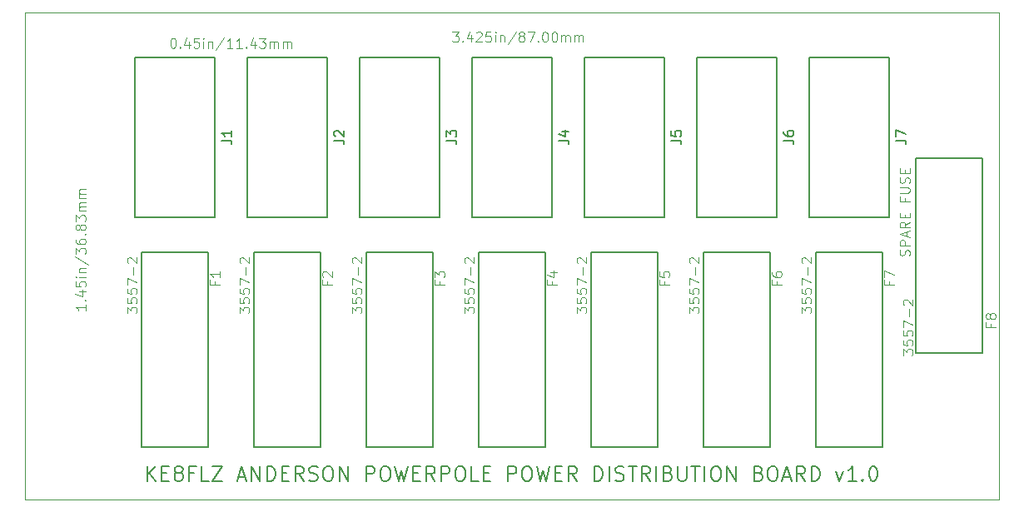
<source format=gbr>
G04 #@! TF.FileFunction,Legend,Top*
%FSLAX46Y46*%
G04 Gerber Fmt 4.6, Leading zero omitted, Abs format (unit mm)*
G04 Created by KiCad (PCBNEW 4.0.6) date 06/22/17 12:13:26*
%MOMM*%
%LPD*%
G01*
G04 APERTURE LIST*
%ADD10C,0.100000*%
%ADD11C,0.200000*%
%ADD12C,0.050000*%
%ADD13C,0.127000*%
%ADD14C,0.150000*%
G04 APERTURE END LIST*
D10*
X106466429Y-80097381D02*
X106561668Y-80097381D01*
X106656906Y-80145000D01*
X106704525Y-80192619D01*
X106752144Y-80287857D01*
X106799763Y-80478333D01*
X106799763Y-80716429D01*
X106752144Y-80906905D01*
X106704525Y-81002143D01*
X106656906Y-81049762D01*
X106561668Y-81097381D01*
X106466429Y-81097381D01*
X106371191Y-81049762D01*
X106323572Y-81002143D01*
X106275953Y-80906905D01*
X106228334Y-80716429D01*
X106228334Y-80478333D01*
X106275953Y-80287857D01*
X106323572Y-80192619D01*
X106371191Y-80145000D01*
X106466429Y-80097381D01*
X107228334Y-81002143D02*
X107275953Y-81049762D01*
X107228334Y-81097381D01*
X107180715Y-81049762D01*
X107228334Y-81002143D01*
X107228334Y-81097381D01*
X108133096Y-80430714D02*
X108133096Y-81097381D01*
X107895000Y-80049762D02*
X107656905Y-80764048D01*
X108275953Y-80764048D01*
X109133096Y-80097381D02*
X108656905Y-80097381D01*
X108609286Y-80573571D01*
X108656905Y-80525952D01*
X108752143Y-80478333D01*
X108990239Y-80478333D01*
X109085477Y-80525952D01*
X109133096Y-80573571D01*
X109180715Y-80668810D01*
X109180715Y-80906905D01*
X109133096Y-81002143D01*
X109085477Y-81049762D01*
X108990239Y-81097381D01*
X108752143Y-81097381D01*
X108656905Y-81049762D01*
X108609286Y-81002143D01*
X109609286Y-81097381D02*
X109609286Y-80430714D01*
X109609286Y-80097381D02*
X109561667Y-80145000D01*
X109609286Y-80192619D01*
X109656905Y-80145000D01*
X109609286Y-80097381D01*
X109609286Y-80192619D01*
X110085476Y-80430714D02*
X110085476Y-81097381D01*
X110085476Y-80525952D02*
X110133095Y-80478333D01*
X110228333Y-80430714D01*
X110371191Y-80430714D01*
X110466429Y-80478333D01*
X110514048Y-80573571D01*
X110514048Y-81097381D01*
X111704524Y-80049762D02*
X110847381Y-81335476D01*
X112561667Y-81097381D02*
X111990238Y-81097381D01*
X112275952Y-81097381D02*
X112275952Y-80097381D01*
X112180714Y-80240238D01*
X112085476Y-80335476D01*
X111990238Y-80383095D01*
X113514048Y-81097381D02*
X112942619Y-81097381D01*
X113228333Y-81097381D02*
X113228333Y-80097381D01*
X113133095Y-80240238D01*
X113037857Y-80335476D01*
X112942619Y-80383095D01*
X113942619Y-81002143D02*
X113990238Y-81049762D01*
X113942619Y-81097381D01*
X113895000Y-81049762D01*
X113942619Y-81002143D01*
X113942619Y-81097381D01*
X114847381Y-80430714D02*
X114847381Y-81097381D01*
X114609285Y-80049762D02*
X114371190Y-80764048D01*
X114990238Y-80764048D01*
X115275952Y-80097381D02*
X115895000Y-80097381D01*
X115561666Y-80478333D01*
X115704524Y-80478333D01*
X115799762Y-80525952D01*
X115847381Y-80573571D01*
X115895000Y-80668810D01*
X115895000Y-80906905D01*
X115847381Y-81002143D01*
X115799762Y-81049762D01*
X115704524Y-81097381D01*
X115418809Y-81097381D01*
X115323571Y-81049762D01*
X115275952Y-81002143D01*
X116323571Y-81097381D02*
X116323571Y-80430714D01*
X116323571Y-80525952D02*
X116371190Y-80478333D01*
X116466428Y-80430714D01*
X116609286Y-80430714D01*
X116704524Y-80478333D01*
X116752143Y-80573571D01*
X116752143Y-81097381D01*
X116752143Y-80573571D02*
X116799762Y-80478333D01*
X116895000Y-80430714D01*
X117037857Y-80430714D01*
X117133095Y-80478333D01*
X117180714Y-80573571D01*
X117180714Y-81097381D01*
X117656904Y-81097381D02*
X117656904Y-80430714D01*
X117656904Y-80525952D02*
X117704523Y-80478333D01*
X117799761Y-80430714D01*
X117942619Y-80430714D01*
X118037857Y-80478333D01*
X118085476Y-80573571D01*
X118085476Y-81097381D01*
X118085476Y-80573571D02*
X118133095Y-80478333D01*
X118228333Y-80430714D01*
X118371190Y-80430714D01*
X118466428Y-80478333D01*
X118514047Y-80573571D01*
X118514047Y-81097381D01*
X134914525Y-79462381D02*
X135533573Y-79462381D01*
X135200239Y-79843333D01*
X135343097Y-79843333D01*
X135438335Y-79890952D01*
X135485954Y-79938571D01*
X135533573Y-80033810D01*
X135533573Y-80271905D01*
X135485954Y-80367143D01*
X135438335Y-80414762D01*
X135343097Y-80462381D01*
X135057382Y-80462381D01*
X134962144Y-80414762D01*
X134914525Y-80367143D01*
X135962144Y-80367143D02*
X136009763Y-80414762D01*
X135962144Y-80462381D01*
X135914525Y-80414762D01*
X135962144Y-80367143D01*
X135962144Y-80462381D01*
X136866906Y-79795714D02*
X136866906Y-80462381D01*
X136628810Y-79414762D02*
X136390715Y-80129048D01*
X137009763Y-80129048D01*
X137343096Y-79557619D02*
X137390715Y-79510000D01*
X137485953Y-79462381D01*
X137724049Y-79462381D01*
X137819287Y-79510000D01*
X137866906Y-79557619D01*
X137914525Y-79652857D01*
X137914525Y-79748095D01*
X137866906Y-79890952D01*
X137295477Y-80462381D01*
X137914525Y-80462381D01*
X138819287Y-79462381D02*
X138343096Y-79462381D01*
X138295477Y-79938571D01*
X138343096Y-79890952D01*
X138438334Y-79843333D01*
X138676430Y-79843333D01*
X138771668Y-79890952D01*
X138819287Y-79938571D01*
X138866906Y-80033810D01*
X138866906Y-80271905D01*
X138819287Y-80367143D01*
X138771668Y-80414762D01*
X138676430Y-80462381D01*
X138438334Y-80462381D01*
X138343096Y-80414762D01*
X138295477Y-80367143D01*
X139295477Y-80462381D02*
X139295477Y-79795714D01*
X139295477Y-79462381D02*
X139247858Y-79510000D01*
X139295477Y-79557619D01*
X139343096Y-79510000D01*
X139295477Y-79462381D01*
X139295477Y-79557619D01*
X139771667Y-79795714D02*
X139771667Y-80462381D01*
X139771667Y-79890952D02*
X139819286Y-79843333D01*
X139914524Y-79795714D01*
X140057382Y-79795714D01*
X140152620Y-79843333D01*
X140200239Y-79938571D01*
X140200239Y-80462381D01*
X141390715Y-79414762D02*
X140533572Y-80700476D01*
X141866905Y-79890952D02*
X141771667Y-79843333D01*
X141724048Y-79795714D01*
X141676429Y-79700476D01*
X141676429Y-79652857D01*
X141724048Y-79557619D01*
X141771667Y-79510000D01*
X141866905Y-79462381D01*
X142057382Y-79462381D01*
X142152620Y-79510000D01*
X142200239Y-79557619D01*
X142247858Y-79652857D01*
X142247858Y-79700476D01*
X142200239Y-79795714D01*
X142152620Y-79843333D01*
X142057382Y-79890952D01*
X141866905Y-79890952D01*
X141771667Y-79938571D01*
X141724048Y-79986190D01*
X141676429Y-80081429D01*
X141676429Y-80271905D01*
X141724048Y-80367143D01*
X141771667Y-80414762D01*
X141866905Y-80462381D01*
X142057382Y-80462381D01*
X142152620Y-80414762D01*
X142200239Y-80367143D01*
X142247858Y-80271905D01*
X142247858Y-80081429D01*
X142200239Y-79986190D01*
X142152620Y-79938571D01*
X142057382Y-79890952D01*
X142581191Y-79462381D02*
X143247858Y-79462381D01*
X142819286Y-80462381D01*
X143628810Y-80367143D02*
X143676429Y-80414762D01*
X143628810Y-80462381D01*
X143581191Y-80414762D01*
X143628810Y-80367143D01*
X143628810Y-80462381D01*
X144295476Y-79462381D02*
X144390715Y-79462381D01*
X144485953Y-79510000D01*
X144533572Y-79557619D01*
X144581191Y-79652857D01*
X144628810Y-79843333D01*
X144628810Y-80081429D01*
X144581191Y-80271905D01*
X144533572Y-80367143D01*
X144485953Y-80414762D01*
X144390715Y-80462381D01*
X144295476Y-80462381D01*
X144200238Y-80414762D01*
X144152619Y-80367143D01*
X144105000Y-80271905D01*
X144057381Y-80081429D01*
X144057381Y-79843333D01*
X144105000Y-79652857D01*
X144152619Y-79557619D01*
X144200238Y-79510000D01*
X144295476Y-79462381D01*
X145247857Y-79462381D02*
X145343096Y-79462381D01*
X145438334Y-79510000D01*
X145485953Y-79557619D01*
X145533572Y-79652857D01*
X145581191Y-79843333D01*
X145581191Y-80081429D01*
X145533572Y-80271905D01*
X145485953Y-80367143D01*
X145438334Y-80414762D01*
X145343096Y-80462381D01*
X145247857Y-80462381D01*
X145152619Y-80414762D01*
X145105000Y-80367143D01*
X145057381Y-80271905D01*
X145009762Y-80081429D01*
X145009762Y-79843333D01*
X145057381Y-79652857D01*
X145105000Y-79557619D01*
X145152619Y-79510000D01*
X145247857Y-79462381D01*
X146009762Y-80462381D02*
X146009762Y-79795714D01*
X146009762Y-79890952D02*
X146057381Y-79843333D01*
X146152619Y-79795714D01*
X146295477Y-79795714D01*
X146390715Y-79843333D01*
X146438334Y-79938571D01*
X146438334Y-80462381D01*
X146438334Y-79938571D02*
X146485953Y-79843333D01*
X146581191Y-79795714D01*
X146724048Y-79795714D01*
X146819286Y-79843333D01*
X146866905Y-79938571D01*
X146866905Y-80462381D01*
X147343095Y-80462381D02*
X147343095Y-79795714D01*
X147343095Y-79890952D02*
X147390714Y-79843333D01*
X147485952Y-79795714D01*
X147628810Y-79795714D01*
X147724048Y-79843333D01*
X147771667Y-79938571D01*
X147771667Y-80462381D01*
X147771667Y-79938571D02*
X147819286Y-79843333D01*
X147914524Y-79795714D01*
X148057381Y-79795714D01*
X148152619Y-79843333D01*
X148200238Y-79938571D01*
X148200238Y-80462381D01*
X97607381Y-107195237D02*
X97607381Y-107766666D01*
X97607381Y-107480952D02*
X96607381Y-107480952D01*
X96750238Y-107576190D01*
X96845476Y-107671428D01*
X96893095Y-107766666D01*
X97512143Y-106766666D02*
X97559762Y-106719047D01*
X97607381Y-106766666D01*
X97559762Y-106814285D01*
X97512143Y-106766666D01*
X97607381Y-106766666D01*
X96940714Y-105861904D02*
X97607381Y-105861904D01*
X96559762Y-106100000D02*
X97274048Y-106338095D01*
X97274048Y-105719047D01*
X96607381Y-104861904D02*
X96607381Y-105338095D01*
X97083571Y-105385714D01*
X97035952Y-105338095D01*
X96988333Y-105242857D01*
X96988333Y-105004761D01*
X97035952Y-104909523D01*
X97083571Y-104861904D01*
X97178810Y-104814285D01*
X97416905Y-104814285D01*
X97512143Y-104861904D01*
X97559762Y-104909523D01*
X97607381Y-105004761D01*
X97607381Y-105242857D01*
X97559762Y-105338095D01*
X97512143Y-105385714D01*
X97607381Y-104385714D02*
X96940714Y-104385714D01*
X96607381Y-104385714D02*
X96655000Y-104433333D01*
X96702619Y-104385714D01*
X96655000Y-104338095D01*
X96607381Y-104385714D01*
X96702619Y-104385714D01*
X96940714Y-103909524D02*
X97607381Y-103909524D01*
X97035952Y-103909524D02*
X96988333Y-103861905D01*
X96940714Y-103766667D01*
X96940714Y-103623809D01*
X96988333Y-103528571D01*
X97083571Y-103480952D01*
X97607381Y-103480952D01*
X96559762Y-102290476D02*
X97845476Y-103147619D01*
X96607381Y-102052381D02*
X96607381Y-101433333D01*
X96988333Y-101766667D01*
X96988333Y-101623809D01*
X97035952Y-101528571D01*
X97083571Y-101480952D01*
X97178810Y-101433333D01*
X97416905Y-101433333D01*
X97512143Y-101480952D01*
X97559762Y-101528571D01*
X97607381Y-101623809D01*
X97607381Y-101909524D01*
X97559762Y-102004762D01*
X97512143Y-102052381D01*
X96607381Y-100576190D02*
X96607381Y-100766667D01*
X96655000Y-100861905D01*
X96702619Y-100909524D01*
X96845476Y-101004762D01*
X97035952Y-101052381D01*
X97416905Y-101052381D01*
X97512143Y-101004762D01*
X97559762Y-100957143D01*
X97607381Y-100861905D01*
X97607381Y-100671428D01*
X97559762Y-100576190D01*
X97512143Y-100528571D01*
X97416905Y-100480952D01*
X97178810Y-100480952D01*
X97083571Y-100528571D01*
X97035952Y-100576190D01*
X96988333Y-100671428D01*
X96988333Y-100861905D01*
X97035952Y-100957143D01*
X97083571Y-101004762D01*
X97178810Y-101052381D01*
X97512143Y-100052381D02*
X97559762Y-100004762D01*
X97607381Y-100052381D01*
X97559762Y-100100000D01*
X97512143Y-100052381D01*
X97607381Y-100052381D01*
X97035952Y-99433334D02*
X96988333Y-99528572D01*
X96940714Y-99576191D01*
X96845476Y-99623810D01*
X96797857Y-99623810D01*
X96702619Y-99576191D01*
X96655000Y-99528572D01*
X96607381Y-99433334D01*
X96607381Y-99242857D01*
X96655000Y-99147619D01*
X96702619Y-99100000D01*
X96797857Y-99052381D01*
X96845476Y-99052381D01*
X96940714Y-99100000D01*
X96988333Y-99147619D01*
X97035952Y-99242857D01*
X97035952Y-99433334D01*
X97083571Y-99528572D01*
X97131190Y-99576191D01*
X97226429Y-99623810D01*
X97416905Y-99623810D01*
X97512143Y-99576191D01*
X97559762Y-99528572D01*
X97607381Y-99433334D01*
X97607381Y-99242857D01*
X97559762Y-99147619D01*
X97512143Y-99100000D01*
X97416905Y-99052381D01*
X97226429Y-99052381D01*
X97131190Y-99100000D01*
X97083571Y-99147619D01*
X97035952Y-99242857D01*
X96607381Y-98719048D02*
X96607381Y-98100000D01*
X96988333Y-98433334D01*
X96988333Y-98290476D01*
X97035952Y-98195238D01*
X97083571Y-98147619D01*
X97178810Y-98100000D01*
X97416905Y-98100000D01*
X97512143Y-98147619D01*
X97559762Y-98195238D01*
X97607381Y-98290476D01*
X97607381Y-98576191D01*
X97559762Y-98671429D01*
X97512143Y-98719048D01*
X97607381Y-97671429D02*
X96940714Y-97671429D01*
X97035952Y-97671429D02*
X96988333Y-97623810D01*
X96940714Y-97528572D01*
X96940714Y-97385714D01*
X96988333Y-97290476D01*
X97083571Y-97242857D01*
X97607381Y-97242857D01*
X97083571Y-97242857D02*
X96988333Y-97195238D01*
X96940714Y-97100000D01*
X96940714Y-96957143D01*
X96988333Y-96861905D01*
X97083571Y-96814286D01*
X97607381Y-96814286D01*
X97607381Y-96338096D02*
X96940714Y-96338096D01*
X97035952Y-96338096D02*
X96988333Y-96290477D01*
X96940714Y-96195239D01*
X96940714Y-96052381D01*
X96988333Y-95957143D01*
X97083571Y-95909524D01*
X97607381Y-95909524D01*
X97083571Y-95909524D02*
X96988333Y-95861905D01*
X96940714Y-95766667D01*
X96940714Y-95623810D01*
X96988333Y-95528572D01*
X97083571Y-95480953D01*
X97607381Y-95480953D01*
D11*
X103862856Y-125138571D02*
X103862856Y-123638571D01*
X104719999Y-125138571D02*
X104077142Y-124281429D01*
X104719999Y-123638571D02*
X103862856Y-124495714D01*
X105362856Y-124352857D02*
X105862856Y-124352857D01*
X106077142Y-125138571D02*
X105362856Y-125138571D01*
X105362856Y-123638571D01*
X106077142Y-123638571D01*
X106934285Y-124281429D02*
X106791427Y-124210000D01*
X106719999Y-124138571D01*
X106648570Y-123995714D01*
X106648570Y-123924286D01*
X106719999Y-123781429D01*
X106791427Y-123710000D01*
X106934285Y-123638571D01*
X107219999Y-123638571D01*
X107362856Y-123710000D01*
X107434285Y-123781429D01*
X107505713Y-123924286D01*
X107505713Y-123995714D01*
X107434285Y-124138571D01*
X107362856Y-124210000D01*
X107219999Y-124281429D01*
X106934285Y-124281429D01*
X106791427Y-124352857D01*
X106719999Y-124424286D01*
X106648570Y-124567143D01*
X106648570Y-124852857D01*
X106719999Y-124995714D01*
X106791427Y-125067143D01*
X106934285Y-125138571D01*
X107219999Y-125138571D01*
X107362856Y-125067143D01*
X107434285Y-124995714D01*
X107505713Y-124852857D01*
X107505713Y-124567143D01*
X107434285Y-124424286D01*
X107362856Y-124352857D01*
X107219999Y-124281429D01*
X108648570Y-124352857D02*
X108148570Y-124352857D01*
X108148570Y-125138571D02*
X108148570Y-123638571D01*
X108862856Y-123638571D01*
X110148570Y-125138571D02*
X109434284Y-125138571D01*
X109434284Y-123638571D01*
X110505713Y-123638571D02*
X111505713Y-123638571D01*
X110505713Y-125138571D01*
X111505713Y-125138571D01*
X113148569Y-124710000D02*
X113862855Y-124710000D01*
X113005712Y-125138571D02*
X113505712Y-123638571D01*
X114005712Y-125138571D01*
X114505712Y-125138571D02*
X114505712Y-123638571D01*
X115362855Y-125138571D01*
X115362855Y-123638571D01*
X116077141Y-125138571D02*
X116077141Y-123638571D01*
X116434284Y-123638571D01*
X116648569Y-123710000D01*
X116791427Y-123852857D01*
X116862855Y-123995714D01*
X116934284Y-124281429D01*
X116934284Y-124495714D01*
X116862855Y-124781429D01*
X116791427Y-124924286D01*
X116648569Y-125067143D01*
X116434284Y-125138571D01*
X116077141Y-125138571D01*
X117577141Y-124352857D02*
X118077141Y-124352857D01*
X118291427Y-125138571D02*
X117577141Y-125138571D01*
X117577141Y-123638571D01*
X118291427Y-123638571D01*
X119791427Y-125138571D02*
X119291427Y-124424286D01*
X118934284Y-125138571D02*
X118934284Y-123638571D01*
X119505712Y-123638571D01*
X119648570Y-123710000D01*
X119719998Y-123781429D01*
X119791427Y-123924286D01*
X119791427Y-124138571D01*
X119719998Y-124281429D01*
X119648570Y-124352857D01*
X119505712Y-124424286D01*
X118934284Y-124424286D01*
X120362855Y-125067143D02*
X120577141Y-125138571D01*
X120934284Y-125138571D01*
X121077141Y-125067143D01*
X121148570Y-124995714D01*
X121219998Y-124852857D01*
X121219998Y-124710000D01*
X121148570Y-124567143D01*
X121077141Y-124495714D01*
X120934284Y-124424286D01*
X120648570Y-124352857D01*
X120505712Y-124281429D01*
X120434284Y-124210000D01*
X120362855Y-124067143D01*
X120362855Y-123924286D01*
X120434284Y-123781429D01*
X120505712Y-123710000D01*
X120648570Y-123638571D01*
X121005712Y-123638571D01*
X121219998Y-123710000D01*
X122148569Y-123638571D02*
X122434283Y-123638571D01*
X122577141Y-123710000D01*
X122719998Y-123852857D01*
X122791426Y-124138571D01*
X122791426Y-124638571D01*
X122719998Y-124924286D01*
X122577141Y-125067143D01*
X122434283Y-125138571D01*
X122148569Y-125138571D01*
X122005712Y-125067143D01*
X121862855Y-124924286D01*
X121791426Y-124638571D01*
X121791426Y-124138571D01*
X121862855Y-123852857D01*
X122005712Y-123710000D01*
X122148569Y-123638571D01*
X123434284Y-125138571D02*
X123434284Y-123638571D01*
X124291427Y-125138571D01*
X124291427Y-123638571D01*
X126148570Y-125138571D02*
X126148570Y-123638571D01*
X126719998Y-123638571D01*
X126862856Y-123710000D01*
X126934284Y-123781429D01*
X127005713Y-123924286D01*
X127005713Y-124138571D01*
X126934284Y-124281429D01*
X126862856Y-124352857D01*
X126719998Y-124424286D01*
X126148570Y-124424286D01*
X127934284Y-123638571D02*
X128219998Y-123638571D01*
X128362856Y-123710000D01*
X128505713Y-123852857D01*
X128577141Y-124138571D01*
X128577141Y-124638571D01*
X128505713Y-124924286D01*
X128362856Y-125067143D01*
X128219998Y-125138571D01*
X127934284Y-125138571D01*
X127791427Y-125067143D01*
X127648570Y-124924286D01*
X127577141Y-124638571D01*
X127577141Y-124138571D01*
X127648570Y-123852857D01*
X127791427Y-123710000D01*
X127934284Y-123638571D01*
X129077142Y-123638571D02*
X129434285Y-125138571D01*
X129719999Y-124067143D01*
X130005713Y-125138571D01*
X130362856Y-123638571D01*
X130934285Y-124352857D02*
X131434285Y-124352857D01*
X131648571Y-125138571D02*
X130934285Y-125138571D01*
X130934285Y-123638571D01*
X131648571Y-123638571D01*
X133148571Y-125138571D02*
X132648571Y-124424286D01*
X132291428Y-125138571D02*
X132291428Y-123638571D01*
X132862856Y-123638571D01*
X133005714Y-123710000D01*
X133077142Y-123781429D01*
X133148571Y-123924286D01*
X133148571Y-124138571D01*
X133077142Y-124281429D01*
X133005714Y-124352857D01*
X132862856Y-124424286D01*
X132291428Y-124424286D01*
X133791428Y-125138571D02*
X133791428Y-123638571D01*
X134362856Y-123638571D01*
X134505714Y-123710000D01*
X134577142Y-123781429D01*
X134648571Y-123924286D01*
X134648571Y-124138571D01*
X134577142Y-124281429D01*
X134505714Y-124352857D01*
X134362856Y-124424286D01*
X133791428Y-124424286D01*
X135577142Y-123638571D02*
X135862856Y-123638571D01*
X136005714Y-123710000D01*
X136148571Y-123852857D01*
X136219999Y-124138571D01*
X136219999Y-124638571D01*
X136148571Y-124924286D01*
X136005714Y-125067143D01*
X135862856Y-125138571D01*
X135577142Y-125138571D01*
X135434285Y-125067143D01*
X135291428Y-124924286D01*
X135219999Y-124638571D01*
X135219999Y-124138571D01*
X135291428Y-123852857D01*
X135434285Y-123710000D01*
X135577142Y-123638571D01*
X137577143Y-125138571D02*
X136862857Y-125138571D01*
X136862857Y-123638571D01*
X138077143Y-124352857D02*
X138577143Y-124352857D01*
X138791429Y-125138571D02*
X138077143Y-125138571D01*
X138077143Y-123638571D01*
X138791429Y-123638571D01*
X140577143Y-125138571D02*
X140577143Y-123638571D01*
X141148571Y-123638571D01*
X141291429Y-123710000D01*
X141362857Y-123781429D01*
X141434286Y-123924286D01*
X141434286Y-124138571D01*
X141362857Y-124281429D01*
X141291429Y-124352857D01*
X141148571Y-124424286D01*
X140577143Y-124424286D01*
X142362857Y-123638571D02*
X142648571Y-123638571D01*
X142791429Y-123710000D01*
X142934286Y-123852857D01*
X143005714Y-124138571D01*
X143005714Y-124638571D01*
X142934286Y-124924286D01*
X142791429Y-125067143D01*
X142648571Y-125138571D01*
X142362857Y-125138571D01*
X142220000Y-125067143D01*
X142077143Y-124924286D01*
X142005714Y-124638571D01*
X142005714Y-124138571D01*
X142077143Y-123852857D01*
X142220000Y-123710000D01*
X142362857Y-123638571D01*
X143505715Y-123638571D02*
X143862858Y-125138571D01*
X144148572Y-124067143D01*
X144434286Y-125138571D01*
X144791429Y-123638571D01*
X145362858Y-124352857D02*
X145862858Y-124352857D01*
X146077144Y-125138571D02*
X145362858Y-125138571D01*
X145362858Y-123638571D01*
X146077144Y-123638571D01*
X147577144Y-125138571D02*
X147077144Y-124424286D01*
X146720001Y-125138571D02*
X146720001Y-123638571D01*
X147291429Y-123638571D01*
X147434287Y-123710000D01*
X147505715Y-123781429D01*
X147577144Y-123924286D01*
X147577144Y-124138571D01*
X147505715Y-124281429D01*
X147434287Y-124352857D01*
X147291429Y-124424286D01*
X146720001Y-124424286D01*
X149362858Y-125138571D02*
X149362858Y-123638571D01*
X149720001Y-123638571D01*
X149934286Y-123710000D01*
X150077144Y-123852857D01*
X150148572Y-123995714D01*
X150220001Y-124281429D01*
X150220001Y-124495714D01*
X150148572Y-124781429D01*
X150077144Y-124924286D01*
X149934286Y-125067143D01*
X149720001Y-125138571D01*
X149362858Y-125138571D01*
X150862858Y-125138571D02*
X150862858Y-123638571D01*
X151505715Y-125067143D02*
X151720001Y-125138571D01*
X152077144Y-125138571D01*
X152220001Y-125067143D01*
X152291430Y-124995714D01*
X152362858Y-124852857D01*
X152362858Y-124710000D01*
X152291430Y-124567143D01*
X152220001Y-124495714D01*
X152077144Y-124424286D01*
X151791430Y-124352857D01*
X151648572Y-124281429D01*
X151577144Y-124210000D01*
X151505715Y-124067143D01*
X151505715Y-123924286D01*
X151577144Y-123781429D01*
X151648572Y-123710000D01*
X151791430Y-123638571D01*
X152148572Y-123638571D01*
X152362858Y-123710000D01*
X152791429Y-123638571D02*
X153648572Y-123638571D01*
X153220001Y-125138571D02*
X153220001Y-123638571D01*
X155005715Y-125138571D02*
X154505715Y-124424286D01*
X154148572Y-125138571D02*
X154148572Y-123638571D01*
X154720000Y-123638571D01*
X154862858Y-123710000D01*
X154934286Y-123781429D01*
X155005715Y-123924286D01*
X155005715Y-124138571D01*
X154934286Y-124281429D01*
X154862858Y-124352857D01*
X154720000Y-124424286D01*
X154148572Y-124424286D01*
X155648572Y-125138571D02*
X155648572Y-123638571D01*
X156862858Y-124352857D02*
X157077144Y-124424286D01*
X157148572Y-124495714D01*
X157220001Y-124638571D01*
X157220001Y-124852857D01*
X157148572Y-124995714D01*
X157077144Y-125067143D01*
X156934286Y-125138571D01*
X156362858Y-125138571D01*
X156362858Y-123638571D01*
X156862858Y-123638571D01*
X157005715Y-123710000D01*
X157077144Y-123781429D01*
X157148572Y-123924286D01*
X157148572Y-124067143D01*
X157077144Y-124210000D01*
X157005715Y-124281429D01*
X156862858Y-124352857D01*
X156362858Y-124352857D01*
X157862858Y-123638571D02*
X157862858Y-124852857D01*
X157934286Y-124995714D01*
X158005715Y-125067143D01*
X158148572Y-125138571D01*
X158434286Y-125138571D01*
X158577144Y-125067143D01*
X158648572Y-124995714D01*
X158720001Y-124852857D01*
X158720001Y-123638571D01*
X159220001Y-123638571D02*
X160077144Y-123638571D01*
X159648573Y-125138571D02*
X159648573Y-123638571D01*
X160577144Y-125138571D02*
X160577144Y-123638571D01*
X161577144Y-123638571D02*
X161862858Y-123638571D01*
X162005716Y-123710000D01*
X162148573Y-123852857D01*
X162220001Y-124138571D01*
X162220001Y-124638571D01*
X162148573Y-124924286D01*
X162005716Y-125067143D01*
X161862858Y-125138571D01*
X161577144Y-125138571D01*
X161434287Y-125067143D01*
X161291430Y-124924286D01*
X161220001Y-124638571D01*
X161220001Y-124138571D01*
X161291430Y-123852857D01*
X161434287Y-123710000D01*
X161577144Y-123638571D01*
X162862859Y-125138571D02*
X162862859Y-123638571D01*
X163720002Y-125138571D01*
X163720002Y-123638571D01*
X166077145Y-124352857D02*
X166291431Y-124424286D01*
X166362859Y-124495714D01*
X166434288Y-124638571D01*
X166434288Y-124852857D01*
X166362859Y-124995714D01*
X166291431Y-125067143D01*
X166148573Y-125138571D01*
X165577145Y-125138571D01*
X165577145Y-123638571D01*
X166077145Y-123638571D01*
X166220002Y-123710000D01*
X166291431Y-123781429D01*
X166362859Y-123924286D01*
X166362859Y-124067143D01*
X166291431Y-124210000D01*
X166220002Y-124281429D01*
X166077145Y-124352857D01*
X165577145Y-124352857D01*
X167362859Y-123638571D02*
X167648573Y-123638571D01*
X167791431Y-123710000D01*
X167934288Y-123852857D01*
X168005716Y-124138571D01*
X168005716Y-124638571D01*
X167934288Y-124924286D01*
X167791431Y-125067143D01*
X167648573Y-125138571D01*
X167362859Y-125138571D01*
X167220002Y-125067143D01*
X167077145Y-124924286D01*
X167005716Y-124638571D01*
X167005716Y-124138571D01*
X167077145Y-123852857D01*
X167220002Y-123710000D01*
X167362859Y-123638571D01*
X168577145Y-124710000D02*
X169291431Y-124710000D01*
X168434288Y-125138571D02*
X168934288Y-123638571D01*
X169434288Y-125138571D01*
X170791431Y-125138571D02*
X170291431Y-124424286D01*
X169934288Y-125138571D02*
X169934288Y-123638571D01*
X170505716Y-123638571D01*
X170648574Y-123710000D01*
X170720002Y-123781429D01*
X170791431Y-123924286D01*
X170791431Y-124138571D01*
X170720002Y-124281429D01*
X170648574Y-124352857D01*
X170505716Y-124424286D01*
X169934288Y-124424286D01*
X171434288Y-125138571D02*
X171434288Y-123638571D01*
X171791431Y-123638571D01*
X172005716Y-123710000D01*
X172148574Y-123852857D01*
X172220002Y-123995714D01*
X172291431Y-124281429D01*
X172291431Y-124495714D01*
X172220002Y-124781429D01*
X172148574Y-124924286D01*
X172005716Y-125067143D01*
X171791431Y-125138571D01*
X171434288Y-125138571D01*
X173934288Y-124138571D02*
X174291431Y-125138571D01*
X174648573Y-124138571D01*
X176005716Y-125138571D02*
X175148573Y-125138571D01*
X175577145Y-125138571D02*
X175577145Y-123638571D01*
X175434288Y-123852857D01*
X175291430Y-123995714D01*
X175148573Y-124067143D01*
X176648573Y-124995714D02*
X176720001Y-125067143D01*
X176648573Y-125138571D01*
X176577144Y-125067143D01*
X176648573Y-124995714D01*
X176648573Y-125138571D01*
X177648573Y-123638571D02*
X177791430Y-123638571D01*
X177934287Y-123710000D01*
X178005716Y-123781429D01*
X178077145Y-123924286D01*
X178148573Y-124210000D01*
X178148573Y-124567143D01*
X178077145Y-124852857D01*
X178005716Y-124995714D01*
X177934287Y-125067143D01*
X177791430Y-125138571D01*
X177648573Y-125138571D01*
X177505716Y-125067143D01*
X177434287Y-124995714D01*
X177362859Y-124852857D01*
X177291430Y-124567143D01*
X177291430Y-124210000D01*
X177362859Y-123924286D01*
X177434287Y-123781429D01*
X177505716Y-123710000D01*
X177648573Y-123638571D01*
D12*
X181379762Y-102218572D02*
X181427381Y-102075715D01*
X181427381Y-101837619D01*
X181379762Y-101742381D01*
X181332143Y-101694762D01*
X181236905Y-101647143D01*
X181141667Y-101647143D01*
X181046429Y-101694762D01*
X180998810Y-101742381D01*
X180951190Y-101837619D01*
X180903571Y-102028096D01*
X180855952Y-102123334D01*
X180808333Y-102170953D01*
X180713095Y-102218572D01*
X180617857Y-102218572D01*
X180522619Y-102170953D01*
X180475000Y-102123334D01*
X180427381Y-102028096D01*
X180427381Y-101790000D01*
X180475000Y-101647143D01*
X181427381Y-101218572D02*
X180427381Y-101218572D01*
X180427381Y-100837619D01*
X180475000Y-100742381D01*
X180522619Y-100694762D01*
X180617857Y-100647143D01*
X180760714Y-100647143D01*
X180855952Y-100694762D01*
X180903571Y-100742381D01*
X180951190Y-100837619D01*
X180951190Y-101218572D01*
X181141667Y-100266191D02*
X181141667Y-99790000D01*
X181427381Y-100361429D02*
X180427381Y-100028096D01*
X181427381Y-99694762D01*
X181427381Y-98790000D02*
X180951190Y-99123334D01*
X181427381Y-99361429D02*
X180427381Y-99361429D01*
X180427381Y-98980476D01*
X180475000Y-98885238D01*
X180522619Y-98837619D01*
X180617857Y-98790000D01*
X180760714Y-98790000D01*
X180855952Y-98837619D01*
X180903571Y-98885238D01*
X180951190Y-98980476D01*
X180951190Y-99361429D01*
X180903571Y-98361429D02*
X180903571Y-98028095D01*
X181427381Y-97885238D02*
X181427381Y-98361429D01*
X180427381Y-98361429D01*
X180427381Y-97885238D01*
X180903571Y-96361428D02*
X180903571Y-96694762D01*
X181427381Y-96694762D02*
X180427381Y-96694762D01*
X180427381Y-96218571D01*
X180427381Y-95837619D02*
X181236905Y-95837619D01*
X181332143Y-95790000D01*
X181379762Y-95742381D01*
X181427381Y-95647143D01*
X181427381Y-95456666D01*
X181379762Y-95361428D01*
X181332143Y-95313809D01*
X181236905Y-95266190D01*
X180427381Y-95266190D01*
X181379762Y-94837619D02*
X181427381Y-94694762D01*
X181427381Y-94456666D01*
X181379762Y-94361428D01*
X181332143Y-94313809D01*
X181236905Y-94266190D01*
X181141667Y-94266190D01*
X181046429Y-94313809D01*
X180998810Y-94361428D01*
X180951190Y-94456666D01*
X180903571Y-94647143D01*
X180855952Y-94742381D01*
X180808333Y-94790000D01*
X180713095Y-94837619D01*
X180617857Y-94837619D01*
X180522619Y-94790000D01*
X180475000Y-94742381D01*
X180427381Y-94647143D01*
X180427381Y-94409047D01*
X180475000Y-94266190D01*
X180903571Y-93837619D02*
X180903571Y-93504285D01*
X181427381Y-93361428D02*
X181427381Y-93837619D01*
X180427381Y-93837619D01*
X180427381Y-93361428D01*
D10*
X91440000Y-77470000D02*
X97790000Y-77470000D01*
X97790000Y-127000000D02*
X91440000Y-127000000D01*
X184150000Y-127000000D02*
X190500000Y-127000000D01*
X184150000Y-77470000D02*
X190500000Y-77470000D01*
X91440000Y-127000000D02*
X91440000Y-77470000D01*
X184150000Y-127000000D02*
X97790000Y-127000000D01*
X190500000Y-77470000D02*
X190500000Y-127000000D01*
X97790000Y-77470000D02*
X184150000Y-77470000D01*
D13*
X110045000Y-101855000D02*
X103315000Y-101855000D01*
X103315000Y-101855000D02*
X103315000Y-121665000D01*
X103315000Y-121665000D02*
X110045000Y-121665000D01*
X110045000Y-121665000D02*
X110045000Y-101855000D01*
X121475000Y-101855000D02*
X114745000Y-101855000D01*
X114745000Y-101855000D02*
X114745000Y-121665000D01*
X114745000Y-121665000D02*
X121475000Y-121665000D01*
X121475000Y-121665000D02*
X121475000Y-101855000D01*
X132905000Y-101855000D02*
X126175000Y-101855000D01*
X126175000Y-101855000D02*
X126175000Y-121665000D01*
X126175000Y-121665000D02*
X132905000Y-121665000D01*
X132905000Y-121665000D02*
X132905000Y-101855000D01*
X144335000Y-101855000D02*
X137605000Y-101855000D01*
X137605000Y-101855000D02*
X137605000Y-121665000D01*
X137605000Y-121665000D02*
X144335000Y-121665000D01*
X144335000Y-121665000D02*
X144335000Y-101855000D01*
X155765000Y-101855000D02*
X149035000Y-101855000D01*
X149035000Y-101855000D02*
X149035000Y-121665000D01*
X149035000Y-121665000D02*
X155765000Y-121665000D01*
X155765000Y-121665000D02*
X155765000Y-101855000D01*
X167195000Y-101855000D02*
X160465000Y-101855000D01*
X160465000Y-101855000D02*
X160465000Y-121665000D01*
X160465000Y-121665000D02*
X167195000Y-121665000D01*
X167195000Y-121665000D02*
X167195000Y-101855000D01*
X178625000Y-101855000D02*
X171895000Y-101855000D01*
X171895000Y-101855000D02*
X171895000Y-121665000D01*
X171895000Y-121665000D02*
X178625000Y-121665000D01*
X178625000Y-121665000D02*
X178625000Y-101855000D01*
D14*
X102616000Y-98298000D02*
X110744000Y-98298000D01*
X110744000Y-98298000D02*
X110744000Y-82042000D01*
X110744000Y-82042000D02*
X102616000Y-82042000D01*
X102616000Y-82042000D02*
X102616000Y-98298000D01*
X114046000Y-98298000D02*
X122174000Y-98298000D01*
X122174000Y-98298000D02*
X122174000Y-82042000D01*
X122174000Y-82042000D02*
X114046000Y-82042000D01*
X114046000Y-82042000D02*
X114046000Y-98298000D01*
X125476000Y-98298000D02*
X133604000Y-98298000D01*
X133604000Y-98298000D02*
X133604000Y-82042000D01*
X133604000Y-82042000D02*
X125476000Y-82042000D01*
X125476000Y-82042000D02*
X125476000Y-98298000D01*
X136906000Y-98298000D02*
X145034000Y-98298000D01*
X145034000Y-98298000D02*
X145034000Y-82042000D01*
X145034000Y-82042000D02*
X136906000Y-82042000D01*
X136906000Y-82042000D02*
X136906000Y-98298000D01*
X148336000Y-98298000D02*
X156464000Y-98298000D01*
X156464000Y-98298000D02*
X156464000Y-82042000D01*
X156464000Y-82042000D02*
X148336000Y-82042000D01*
X148336000Y-82042000D02*
X148336000Y-98298000D01*
X159766000Y-98298000D02*
X167894000Y-98298000D01*
X167894000Y-98298000D02*
X167894000Y-82042000D01*
X167894000Y-82042000D02*
X159766000Y-82042000D01*
X159766000Y-82042000D02*
X159766000Y-98298000D01*
X171196000Y-98298000D02*
X179324000Y-98298000D01*
X179324000Y-98298000D02*
X179324000Y-82042000D01*
X179324000Y-82042000D02*
X171196000Y-82042000D01*
X171196000Y-82042000D02*
X171196000Y-98298000D01*
D13*
X182055000Y-112140000D02*
X188785000Y-112140000D01*
X188785000Y-112140000D02*
X188785000Y-92330000D01*
X188785000Y-92330000D02*
X182055000Y-92330000D01*
X182055000Y-92330000D02*
X182055000Y-112140000D01*
D12*
X110743571Y-104853333D02*
X110743571Y-105186667D01*
X111267381Y-105186667D02*
X110267381Y-105186667D01*
X110267381Y-104710476D01*
X111267381Y-103805714D02*
X111267381Y-104377143D01*
X111267381Y-104091429D02*
X110267381Y-104091429D01*
X110410238Y-104186667D01*
X110505476Y-104281905D01*
X110553095Y-104377143D01*
X101837381Y-108052143D02*
X101837381Y-107433095D01*
X102218333Y-107766429D01*
X102218333Y-107623571D01*
X102265952Y-107528333D01*
X102313571Y-107480714D01*
X102408810Y-107433095D01*
X102646905Y-107433095D01*
X102742143Y-107480714D01*
X102789762Y-107528333D01*
X102837381Y-107623571D01*
X102837381Y-107909286D01*
X102789762Y-108004524D01*
X102742143Y-108052143D01*
X101837381Y-106528333D02*
X101837381Y-107004524D01*
X102313571Y-107052143D01*
X102265952Y-107004524D01*
X102218333Y-106909286D01*
X102218333Y-106671190D01*
X102265952Y-106575952D01*
X102313571Y-106528333D01*
X102408810Y-106480714D01*
X102646905Y-106480714D01*
X102742143Y-106528333D01*
X102789762Y-106575952D01*
X102837381Y-106671190D01*
X102837381Y-106909286D01*
X102789762Y-107004524D01*
X102742143Y-107052143D01*
X101837381Y-105575952D02*
X101837381Y-106052143D01*
X102313571Y-106099762D01*
X102265952Y-106052143D01*
X102218333Y-105956905D01*
X102218333Y-105718809D01*
X102265952Y-105623571D01*
X102313571Y-105575952D01*
X102408810Y-105528333D01*
X102646905Y-105528333D01*
X102742143Y-105575952D01*
X102789762Y-105623571D01*
X102837381Y-105718809D01*
X102837381Y-105956905D01*
X102789762Y-106052143D01*
X102742143Y-106099762D01*
X101837381Y-105195000D02*
X101837381Y-104528333D01*
X102837381Y-104956905D01*
X102456429Y-104147381D02*
X102456429Y-103385476D01*
X101932619Y-102956905D02*
X101885000Y-102909286D01*
X101837381Y-102814048D01*
X101837381Y-102575952D01*
X101885000Y-102480714D01*
X101932619Y-102433095D01*
X102027857Y-102385476D01*
X102123095Y-102385476D01*
X102265952Y-102433095D01*
X102837381Y-103004524D01*
X102837381Y-102385476D01*
X122173571Y-104853333D02*
X122173571Y-105186667D01*
X122697381Y-105186667D02*
X121697381Y-105186667D01*
X121697381Y-104710476D01*
X121792619Y-104377143D02*
X121745000Y-104329524D01*
X121697381Y-104234286D01*
X121697381Y-103996190D01*
X121745000Y-103900952D01*
X121792619Y-103853333D01*
X121887857Y-103805714D01*
X121983095Y-103805714D01*
X122125952Y-103853333D01*
X122697381Y-104424762D01*
X122697381Y-103805714D01*
X113267381Y-108052143D02*
X113267381Y-107433095D01*
X113648333Y-107766429D01*
X113648333Y-107623571D01*
X113695952Y-107528333D01*
X113743571Y-107480714D01*
X113838810Y-107433095D01*
X114076905Y-107433095D01*
X114172143Y-107480714D01*
X114219762Y-107528333D01*
X114267381Y-107623571D01*
X114267381Y-107909286D01*
X114219762Y-108004524D01*
X114172143Y-108052143D01*
X113267381Y-106528333D02*
X113267381Y-107004524D01*
X113743571Y-107052143D01*
X113695952Y-107004524D01*
X113648333Y-106909286D01*
X113648333Y-106671190D01*
X113695952Y-106575952D01*
X113743571Y-106528333D01*
X113838810Y-106480714D01*
X114076905Y-106480714D01*
X114172143Y-106528333D01*
X114219762Y-106575952D01*
X114267381Y-106671190D01*
X114267381Y-106909286D01*
X114219762Y-107004524D01*
X114172143Y-107052143D01*
X113267381Y-105575952D02*
X113267381Y-106052143D01*
X113743571Y-106099762D01*
X113695952Y-106052143D01*
X113648333Y-105956905D01*
X113648333Y-105718809D01*
X113695952Y-105623571D01*
X113743571Y-105575952D01*
X113838810Y-105528333D01*
X114076905Y-105528333D01*
X114172143Y-105575952D01*
X114219762Y-105623571D01*
X114267381Y-105718809D01*
X114267381Y-105956905D01*
X114219762Y-106052143D01*
X114172143Y-106099762D01*
X113267381Y-105195000D02*
X113267381Y-104528333D01*
X114267381Y-104956905D01*
X113886429Y-104147381D02*
X113886429Y-103385476D01*
X113362619Y-102956905D02*
X113315000Y-102909286D01*
X113267381Y-102814048D01*
X113267381Y-102575952D01*
X113315000Y-102480714D01*
X113362619Y-102433095D01*
X113457857Y-102385476D01*
X113553095Y-102385476D01*
X113695952Y-102433095D01*
X114267381Y-103004524D01*
X114267381Y-102385476D01*
X133603571Y-104853333D02*
X133603571Y-105186667D01*
X134127381Y-105186667D02*
X133127381Y-105186667D01*
X133127381Y-104710476D01*
X133127381Y-104424762D02*
X133127381Y-103805714D01*
X133508333Y-104139048D01*
X133508333Y-103996190D01*
X133555952Y-103900952D01*
X133603571Y-103853333D01*
X133698810Y-103805714D01*
X133936905Y-103805714D01*
X134032143Y-103853333D01*
X134079762Y-103900952D01*
X134127381Y-103996190D01*
X134127381Y-104281905D01*
X134079762Y-104377143D01*
X134032143Y-104424762D01*
X124697381Y-108052143D02*
X124697381Y-107433095D01*
X125078333Y-107766429D01*
X125078333Y-107623571D01*
X125125952Y-107528333D01*
X125173571Y-107480714D01*
X125268810Y-107433095D01*
X125506905Y-107433095D01*
X125602143Y-107480714D01*
X125649762Y-107528333D01*
X125697381Y-107623571D01*
X125697381Y-107909286D01*
X125649762Y-108004524D01*
X125602143Y-108052143D01*
X124697381Y-106528333D02*
X124697381Y-107004524D01*
X125173571Y-107052143D01*
X125125952Y-107004524D01*
X125078333Y-106909286D01*
X125078333Y-106671190D01*
X125125952Y-106575952D01*
X125173571Y-106528333D01*
X125268810Y-106480714D01*
X125506905Y-106480714D01*
X125602143Y-106528333D01*
X125649762Y-106575952D01*
X125697381Y-106671190D01*
X125697381Y-106909286D01*
X125649762Y-107004524D01*
X125602143Y-107052143D01*
X124697381Y-105575952D02*
X124697381Y-106052143D01*
X125173571Y-106099762D01*
X125125952Y-106052143D01*
X125078333Y-105956905D01*
X125078333Y-105718809D01*
X125125952Y-105623571D01*
X125173571Y-105575952D01*
X125268810Y-105528333D01*
X125506905Y-105528333D01*
X125602143Y-105575952D01*
X125649762Y-105623571D01*
X125697381Y-105718809D01*
X125697381Y-105956905D01*
X125649762Y-106052143D01*
X125602143Y-106099762D01*
X124697381Y-105195000D02*
X124697381Y-104528333D01*
X125697381Y-104956905D01*
X125316429Y-104147381D02*
X125316429Y-103385476D01*
X124792619Y-102956905D02*
X124745000Y-102909286D01*
X124697381Y-102814048D01*
X124697381Y-102575952D01*
X124745000Y-102480714D01*
X124792619Y-102433095D01*
X124887857Y-102385476D01*
X124983095Y-102385476D01*
X125125952Y-102433095D01*
X125697381Y-103004524D01*
X125697381Y-102385476D01*
X145033571Y-104853333D02*
X145033571Y-105186667D01*
X145557381Y-105186667D02*
X144557381Y-105186667D01*
X144557381Y-104710476D01*
X144890714Y-103900952D02*
X145557381Y-103900952D01*
X144509762Y-104139048D02*
X145224048Y-104377143D01*
X145224048Y-103758095D01*
X136127381Y-108052143D02*
X136127381Y-107433095D01*
X136508333Y-107766429D01*
X136508333Y-107623571D01*
X136555952Y-107528333D01*
X136603571Y-107480714D01*
X136698810Y-107433095D01*
X136936905Y-107433095D01*
X137032143Y-107480714D01*
X137079762Y-107528333D01*
X137127381Y-107623571D01*
X137127381Y-107909286D01*
X137079762Y-108004524D01*
X137032143Y-108052143D01*
X136127381Y-106528333D02*
X136127381Y-107004524D01*
X136603571Y-107052143D01*
X136555952Y-107004524D01*
X136508333Y-106909286D01*
X136508333Y-106671190D01*
X136555952Y-106575952D01*
X136603571Y-106528333D01*
X136698810Y-106480714D01*
X136936905Y-106480714D01*
X137032143Y-106528333D01*
X137079762Y-106575952D01*
X137127381Y-106671190D01*
X137127381Y-106909286D01*
X137079762Y-107004524D01*
X137032143Y-107052143D01*
X136127381Y-105575952D02*
X136127381Y-106052143D01*
X136603571Y-106099762D01*
X136555952Y-106052143D01*
X136508333Y-105956905D01*
X136508333Y-105718809D01*
X136555952Y-105623571D01*
X136603571Y-105575952D01*
X136698810Y-105528333D01*
X136936905Y-105528333D01*
X137032143Y-105575952D01*
X137079762Y-105623571D01*
X137127381Y-105718809D01*
X137127381Y-105956905D01*
X137079762Y-106052143D01*
X137032143Y-106099762D01*
X136127381Y-105195000D02*
X136127381Y-104528333D01*
X137127381Y-104956905D01*
X136746429Y-104147381D02*
X136746429Y-103385476D01*
X136222619Y-102956905D02*
X136175000Y-102909286D01*
X136127381Y-102814048D01*
X136127381Y-102575952D01*
X136175000Y-102480714D01*
X136222619Y-102433095D01*
X136317857Y-102385476D01*
X136413095Y-102385476D01*
X136555952Y-102433095D01*
X137127381Y-103004524D01*
X137127381Y-102385476D01*
X156463571Y-104853333D02*
X156463571Y-105186667D01*
X156987381Y-105186667D02*
X155987381Y-105186667D01*
X155987381Y-104710476D01*
X155987381Y-103853333D02*
X155987381Y-104329524D01*
X156463571Y-104377143D01*
X156415952Y-104329524D01*
X156368333Y-104234286D01*
X156368333Y-103996190D01*
X156415952Y-103900952D01*
X156463571Y-103853333D01*
X156558810Y-103805714D01*
X156796905Y-103805714D01*
X156892143Y-103853333D01*
X156939762Y-103900952D01*
X156987381Y-103996190D01*
X156987381Y-104234286D01*
X156939762Y-104329524D01*
X156892143Y-104377143D01*
X147557381Y-108052143D02*
X147557381Y-107433095D01*
X147938333Y-107766429D01*
X147938333Y-107623571D01*
X147985952Y-107528333D01*
X148033571Y-107480714D01*
X148128810Y-107433095D01*
X148366905Y-107433095D01*
X148462143Y-107480714D01*
X148509762Y-107528333D01*
X148557381Y-107623571D01*
X148557381Y-107909286D01*
X148509762Y-108004524D01*
X148462143Y-108052143D01*
X147557381Y-106528333D02*
X147557381Y-107004524D01*
X148033571Y-107052143D01*
X147985952Y-107004524D01*
X147938333Y-106909286D01*
X147938333Y-106671190D01*
X147985952Y-106575952D01*
X148033571Y-106528333D01*
X148128810Y-106480714D01*
X148366905Y-106480714D01*
X148462143Y-106528333D01*
X148509762Y-106575952D01*
X148557381Y-106671190D01*
X148557381Y-106909286D01*
X148509762Y-107004524D01*
X148462143Y-107052143D01*
X147557381Y-105575952D02*
X147557381Y-106052143D01*
X148033571Y-106099762D01*
X147985952Y-106052143D01*
X147938333Y-105956905D01*
X147938333Y-105718809D01*
X147985952Y-105623571D01*
X148033571Y-105575952D01*
X148128810Y-105528333D01*
X148366905Y-105528333D01*
X148462143Y-105575952D01*
X148509762Y-105623571D01*
X148557381Y-105718809D01*
X148557381Y-105956905D01*
X148509762Y-106052143D01*
X148462143Y-106099762D01*
X147557381Y-105195000D02*
X147557381Y-104528333D01*
X148557381Y-104956905D01*
X148176429Y-104147381D02*
X148176429Y-103385476D01*
X147652619Y-102956905D02*
X147605000Y-102909286D01*
X147557381Y-102814048D01*
X147557381Y-102575952D01*
X147605000Y-102480714D01*
X147652619Y-102433095D01*
X147747857Y-102385476D01*
X147843095Y-102385476D01*
X147985952Y-102433095D01*
X148557381Y-103004524D01*
X148557381Y-102385476D01*
X167893571Y-104853333D02*
X167893571Y-105186667D01*
X168417381Y-105186667D02*
X167417381Y-105186667D01*
X167417381Y-104710476D01*
X167417381Y-103900952D02*
X167417381Y-104091429D01*
X167465000Y-104186667D01*
X167512619Y-104234286D01*
X167655476Y-104329524D01*
X167845952Y-104377143D01*
X168226905Y-104377143D01*
X168322143Y-104329524D01*
X168369762Y-104281905D01*
X168417381Y-104186667D01*
X168417381Y-103996190D01*
X168369762Y-103900952D01*
X168322143Y-103853333D01*
X168226905Y-103805714D01*
X167988810Y-103805714D01*
X167893571Y-103853333D01*
X167845952Y-103900952D01*
X167798333Y-103996190D01*
X167798333Y-104186667D01*
X167845952Y-104281905D01*
X167893571Y-104329524D01*
X167988810Y-104377143D01*
X158987381Y-108052143D02*
X158987381Y-107433095D01*
X159368333Y-107766429D01*
X159368333Y-107623571D01*
X159415952Y-107528333D01*
X159463571Y-107480714D01*
X159558810Y-107433095D01*
X159796905Y-107433095D01*
X159892143Y-107480714D01*
X159939762Y-107528333D01*
X159987381Y-107623571D01*
X159987381Y-107909286D01*
X159939762Y-108004524D01*
X159892143Y-108052143D01*
X158987381Y-106528333D02*
X158987381Y-107004524D01*
X159463571Y-107052143D01*
X159415952Y-107004524D01*
X159368333Y-106909286D01*
X159368333Y-106671190D01*
X159415952Y-106575952D01*
X159463571Y-106528333D01*
X159558810Y-106480714D01*
X159796905Y-106480714D01*
X159892143Y-106528333D01*
X159939762Y-106575952D01*
X159987381Y-106671190D01*
X159987381Y-106909286D01*
X159939762Y-107004524D01*
X159892143Y-107052143D01*
X158987381Y-105575952D02*
X158987381Y-106052143D01*
X159463571Y-106099762D01*
X159415952Y-106052143D01*
X159368333Y-105956905D01*
X159368333Y-105718809D01*
X159415952Y-105623571D01*
X159463571Y-105575952D01*
X159558810Y-105528333D01*
X159796905Y-105528333D01*
X159892143Y-105575952D01*
X159939762Y-105623571D01*
X159987381Y-105718809D01*
X159987381Y-105956905D01*
X159939762Y-106052143D01*
X159892143Y-106099762D01*
X158987381Y-105195000D02*
X158987381Y-104528333D01*
X159987381Y-104956905D01*
X159606429Y-104147381D02*
X159606429Y-103385476D01*
X159082619Y-102956905D02*
X159035000Y-102909286D01*
X158987381Y-102814048D01*
X158987381Y-102575952D01*
X159035000Y-102480714D01*
X159082619Y-102433095D01*
X159177857Y-102385476D01*
X159273095Y-102385476D01*
X159415952Y-102433095D01*
X159987381Y-103004524D01*
X159987381Y-102385476D01*
X179323571Y-104853333D02*
X179323571Y-105186667D01*
X179847381Y-105186667D02*
X178847381Y-105186667D01*
X178847381Y-104710476D01*
X178847381Y-104424762D02*
X178847381Y-103758095D01*
X179847381Y-104186667D01*
X170417381Y-108052143D02*
X170417381Y-107433095D01*
X170798333Y-107766429D01*
X170798333Y-107623571D01*
X170845952Y-107528333D01*
X170893571Y-107480714D01*
X170988810Y-107433095D01*
X171226905Y-107433095D01*
X171322143Y-107480714D01*
X171369762Y-107528333D01*
X171417381Y-107623571D01*
X171417381Y-107909286D01*
X171369762Y-108004524D01*
X171322143Y-108052143D01*
X170417381Y-106528333D02*
X170417381Y-107004524D01*
X170893571Y-107052143D01*
X170845952Y-107004524D01*
X170798333Y-106909286D01*
X170798333Y-106671190D01*
X170845952Y-106575952D01*
X170893571Y-106528333D01*
X170988810Y-106480714D01*
X171226905Y-106480714D01*
X171322143Y-106528333D01*
X171369762Y-106575952D01*
X171417381Y-106671190D01*
X171417381Y-106909286D01*
X171369762Y-107004524D01*
X171322143Y-107052143D01*
X170417381Y-105575952D02*
X170417381Y-106052143D01*
X170893571Y-106099762D01*
X170845952Y-106052143D01*
X170798333Y-105956905D01*
X170798333Y-105718809D01*
X170845952Y-105623571D01*
X170893571Y-105575952D01*
X170988810Y-105528333D01*
X171226905Y-105528333D01*
X171322143Y-105575952D01*
X171369762Y-105623571D01*
X171417381Y-105718809D01*
X171417381Y-105956905D01*
X171369762Y-106052143D01*
X171322143Y-106099762D01*
X170417381Y-105195000D02*
X170417381Y-104528333D01*
X171417381Y-104956905D01*
X171036429Y-104147381D02*
X171036429Y-103385476D01*
X170512619Y-102956905D02*
X170465000Y-102909286D01*
X170417381Y-102814048D01*
X170417381Y-102575952D01*
X170465000Y-102480714D01*
X170512619Y-102433095D01*
X170607857Y-102385476D01*
X170703095Y-102385476D01*
X170845952Y-102433095D01*
X171417381Y-103004524D01*
X171417381Y-102385476D01*
D14*
X111466381Y-90503333D02*
X112180667Y-90503333D01*
X112323524Y-90550953D01*
X112418762Y-90646191D01*
X112466381Y-90789048D01*
X112466381Y-90884286D01*
X112466381Y-89503333D02*
X112466381Y-90074762D01*
X112466381Y-89789048D02*
X111466381Y-89789048D01*
X111609238Y-89884286D01*
X111704476Y-89979524D01*
X111752095Y-90074762D01*
X122896381Y-90503333D02*
X123610667Y-90503333D01*
X123753524Y-90550953D01*
X123848762Y-90646191D01*
X123896381Y-90789048D01*
X123896381Y-90884286D01*
X122991619Y-90074762D02*
X122944000Y-90027143D01*
X122896381Y-89931905D01*
X122896381Y-89693809D01*
X122944000Y-89598571D01*
X122991619Y-89550952D01*
X123086857Y-89503333D01*
X123182095Y-89503333D01*
X123324952Y-89550952D01*
X123896381Y-90122381D01*
X123896381Y-89503333D01*
X134326381Y-90503333D02*
X135040667Y-90503333D01*
X135183524Y-90550953D01*
X135278762Y-90646191D01*
X135326381Y-90789048D01*
X135326381Y-90884286D01*
X134326381Y-90122381D02*
X134326381Y-89503333D01*
X134707333Y-89836667D01*
X134707333Y-89693809D01*
X134754952Y-89598571D01*
X134802571Y-89550952D01*
X134897810Y-89503333D01*
X135135905Y-89503333D01*
X135231143Y-89550952D01*
X135278762Y-89598571D01*
X135326381Y-89693809D01*
X135326381Y-89979524D01*
X135278762Y-90074762D01*
X135231143Y-90122381D01*
X145756381Y-90503333D02*
X146470667Y-90503333D01*
X146613524Y-90550953D01*
X146708762Y-90646191D01*
X146756381Y-90789048D01*
X146756381Y-90884286D01*
X146089714Y-89598571D02*
X146756381Y-89598571D01*
X145708762Y-89836667D02*
X146423048Y-90074762D01*
X146423048Y-89455714D01*
X157186381Y-90503333D02*
X157900667Y-90503333D01*
X158043524Y-90550953D01*
X158138762Y-90646191D01*
X158186381Y-90789048D01*
X158186381Y-90884286D01*
X157186381Y-89550952D02*
X157186381Y-90027143D01*
X157662571Y-90074762D01*
X157614952Y-90027143D01*
X157567333Y-89931905D01*
X157567333Y-89693809D01*
X157614952Y-89598571D01*
X157662571Y-89550952D01*
X157757810Y-89503333D01*
X157995905Y-89503333D01*
X158091143Y-89550952D01*
X158138762Y-89598571D01*
X158186381Y-89693809D01*
X158186381Y-89931905D01*
X158138762Y-90027143D01*
X158091143Y-90074762D01*
X168616381Y-90503333D02*
X169330667Y-90503333D01*
X169473524Y-90550953D01*
X169568762Y-90646191D01*
X169616381Y-90789048D01*
X169616381Y-90884286D01*
X168616381Y-89598571D02*
X168616381Y-89789048D01*
X168664000Y-89884286D01*
X168711619Y-89931905D01*
X168854476Y-90027143D01*
X169044952Y-90074762D01*
X169425905Y-90074762D01*
X169521143Y-90027143D01*
X169568762Y-89979524D01*
X169616381Y-89884286D01*
X169616381Y-89693809D01*
X169568762Y-89598571D01*
X169521143Y-89550952D01*
X169425905Y-89503333D01*
X169187810Y-89503333D01*
X169092571Y-89550952D01*
X169044952Y-89598571D01*
X168997333Y-89693809D01*
X168997333Y-89884286D01*
X169044952Y-89979524D01*
X169092571Y-90027143D01*
X169187810Y-90074762D01*
X180046381Y-90503333D02*
X180760667Y-90503333D01*
X180903524Y-90550953D01*
X180998762Y-90646191D01*
X181046381Y-90789048D01*
X181046381Y-90884286D01*
X180046381Y-90122381D02*
X180046381Y-89455714D01*
X181046381Y-89884286D01*
D12*
X180737381Y-112332143D02*
X180737381Y-111713095D01*
X181118333Y-112046429D01*
X181118333Y-111903571D01*
X181165952Y-111808333D01*
X181213571Y-111760714D01*
X181308810Y-111713095D01*
X181546905Y-111713095D01*
X181642143Y-111760714D01*
X181689762Y-111808333D01*
X181737381Y-111903571D01*
X181737381Y-112189286D01*
X181689762Y-112284524D01*
X181642143Y-112332143D01*
X180737381Y-110808333D02*
X180737381Y-111284524D01*
X181213571Y-111332143D01*
X181165952Y-111284524D01*
X181118333Y-111189286D01*
X181118333Y-110951190D01*
X181165952Y-110855952D01*
X181213571Y-110808333D01*
X181308810Y-110760714D01*
X181546905Y-110760714D01*
X181642143Y-110808333D01*
X181689762Y-110855952D01*
X181737381Y-110951190D01*
X181737381Y-111189286D01*
X181689762Y-111284524D01*
X181642143Y-111332143D01*
X180737381Y-109855952D02*
X180737381Y-110332143D01*
X181213571Y-110379762D01*
X181165952Y-110332143D01*
X181118333Y-110236905D01*
X181118333Y-109998809D01*
X181165952Y-109903571D01*
X181213571Y-109855952D01*
X181308810Y-109808333D01*
X181546905Y-109808333D01*
X181642143Y-109855952D01*
X181689762Y-109903571D01*
X181737381Y-109998809D01*
X181737381Y-110236905D01*
X181689762Y-110332143D01*
X181642143Y-110379762D01*
X180737381Y-109475000D02*
X180737381Y-108808333D01*
X181737381Y-109236905D01*
X181356429Y-108427381D02*
X181356429Y-107665476D01*
X180832619Y-107236905D02*
X180785000Y-107189286D01*
X180737381Y-107094048D01*
X180737381Y-106855952D01*
X180785000Y-106760714D01*
X180832619Y-106713095D01*
X180927857Y-106665476D01*
X181023095Y-106665476D01*
X181165952Y-106713095D01*
X181737381Y-107284524D01*
X181737381Y-106665476D01*
X189643571Y-109133333D02*
X189643571Y-109466667D01*
X190167381Y-109466667D02*
X189167381Y-109466667D01*
X189167381Y-108990476D01*
X189595952Y-108466667D02*
X189548333Y-108561905D01*
X189500714Y-108609524D01*
X189405476Y-108657143D01*
X189357857Y-108657143D01*
X189262619Y-108609524D01*
X189215000Y-108561905D01*
X189167381Y-108466667D01*
X189167381Y-108276190D01*
X189215000Y-108180952D01*
X189262619Y-108133333D01*
X189357857Y-108085714D01*
X189405476Y-108085714D01*
X189500714Y-108133333D01*
X189548333Y-108180952D01*
X189595952Y-108276190D01*
X189595952Y-108466667D01*
X189643571Y-108561905D01*
X189691190Y-108609524D01*
X189786429Y-108657143D01*
X189976905Y-108657143D01*
X190072143Y-108609524D01*
X190119762Y-108561905D01*
X190167381Y-108466667D01*
X190167381Y-108276190D01*
X190119762Y-108180952D01*
X190072143Y-108133333D01*
X189976905Y-108085714D01*
X189786429Y-108085714D01*
X189691190Y-108133333D01*
X189643571Y-108180952D01*
X189595952Y-108276190D01*
M02*

</source>
